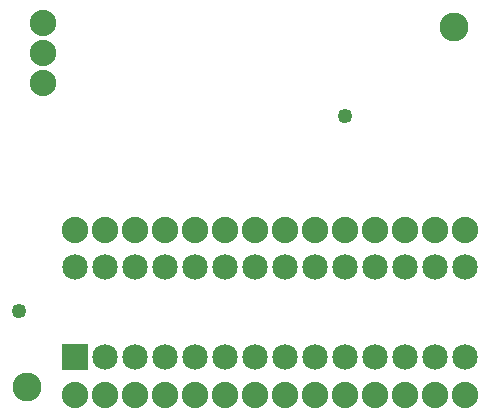
<source format=gbs>
G04 MADE WITH FRITZING*
G04 WWW.FRITZING.ORG*
G04 DOUBLE SIDED*
G04 HOLES PLATED*
G04 CONTOUR ON CENTER OF CONTOUR VECTOR*
%ASAXBY*%
%FSLAX23Y23*%
%MOIN*%
%OFA0B0*%
%SFA1.0B1.0*%
%ADD10C,0.096614*%
%ADD11C,0.088000*%
%ADD12C,0.049370*%
%ADD13C,0.085000*%
%ADD14R,0.085000X0.085000*%
%LNMASK0*%
G90*
G70*
G54D10*
X76Y97D03*
X1501Y1297D03*
G54D11*
X129Y1312D03*
X129Y1212D03*
X129Y1112D03*
G54D12*
X1137Y1001D03*
X50Y350D03*
G54D13*
X238Y197D03*
X238Y497D03*
X338Y197D03*
X338Y497D03*
X438Y197D03*
X438Y497D03*
X538Y197D03*
X538Y497D03*
X638Y197D03*
X638Y497D03*
X738Y197D03*
X738Y497D03*
X838Y197D03*
X838Y497D03*
X938Y197D03*
X938Y497D03*
X1038Y197D03*
X1038Y497D03*
X1138Y197D03*
X1138Y497D03*
X1238Y197D03*
X1238Y497D03*
X1338Y197D03*
X1338Y497D03*
X1438Y197D03*
X1438Y497D03*
X1538Y197D03*
X1538Y497D03*
G54D11*
X235Y622D03*
X335Y622D03*
X435Y622D03*
X535Y622D03*
X635Y622D03*
X735Y622D03*
X835Y622D03*
X935Y622D03*
X1035Y622D03*
X1135Y622D03*
X1235Y622D03*
X1335Y622D03*
X1435Y622D03*
X1535Y622D03*
X235Y72D03*
X335Y72D03*
X435Y72D03*
X535Y72D03*
X635Y72D03*
X735Y72D03*
X835Y72D03*
X935Y72D03*
X1035Y72D03*
X1135Y72D03*
X1235Y72D03*
X1335Y72D03*
X1435Y72D03*
X1535Y72D03*
G54D14*
X238Y197D03*
G04 End of Mask0*
M02*
</source>
